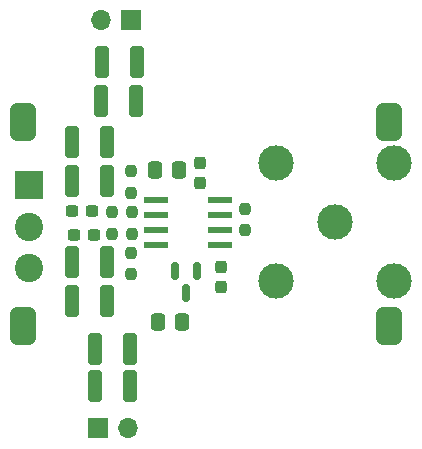
<source format=gbr>
%TF.GenerationSoftware,KiCad,Pcbnew,6.0.4-6f826c9f35~116~ubuntu18.04.1*%
%TF.CreationDate,2022-05-09T12:51:31-04:00*%
%TF.ProjectId,Instrumentation_ampl_with_batteries,496e7374-7275-46d6-956e-746174696f6e,rev?*%
%TF.SameCoordinates,Original*%
%TF.FileFunction,Soldermask,Top*%
%TF.FilePolarity,Negative*%
%FSLAX46Y46*%
G04 Gerber Fmt 4.6, Leading zero omitted, Abs format (unit mm)*
G04 Created by KiCad (PCBNEW 6.0.4-6f826c9f35~116~ubuntu18.04.1) date 2022-05-09 12:51:31*
%MOMM*%
%LPD*%
G01*
G04 APERTURE LIST*
G04 Aperture macros list*
%AMRoundRect*
0 Rectangle with rounded corners*
0 $1 Rounding radius*
0 $2 $3 $4 $5 $6 $7 $8 $9 X,Y pos of 4 corners*
0 Add a 4 corners polygon primitive as box body*
4,1,4,$2,$3,$4,$5,$6,$7,$8,$9,$2,$3,0*
0 Add four circle primitives for the rounded corners*
1,1,$1+$1,$2,$3*
1,1,$1+$1,$4,$5*
1,1,$1+$1,$6,$7*
1,1,$1+$1,$8,$9*
0 Add four rect primitives between the rounded corners*
20,1,$1+$1,$2,$3,$4,$5,0*
20,1,$1+$1,$4,$5,$6,$7,0*
20,1,$1+$1,$6,$7,$8,$9,0*
20,1,$1+$1,$8,$9,$2,$3,0*%
G04 Aperture macros list end*
%ADD10RoundRect,0.250000X-0.325000X-1.100000X0.325000X-1.100000X0.325000X1.100000X-0.325000X1.100000X0*%
%ADD11R,2.400000X2.400000*%
%ADD12C,2.400000*%
%ADD13R,1.700000X1.700000*%
%ADD14O,1.700000X1.700000*%
%ADD15C,3.000000*%
%ADD16RoundRect,0.237500X-0.300000X-0.237500X0.300000X-0.237500X0.300000X0.237500X-0.300000X0.237500X0*%
%ADD17RoundRect,0.250000X0.337500X0.475000X-0.337500X0.475000X-0.337500X-0.475000X0.337500X-0.475000X0*%
%ADD18RoundRect,0.237500X-0.237500X0.250000X-0.237500X-0.250000X0.237500X-0.250000X0.237500X0.250000X0*%
%ADD19RoundRect,0.237500X0.237500X-0.250000X0.237500X0.250000X-0.237500X0.250000X-0.237500X-0.250000X0*%
%ADD20RoundRect,0.237500X0.237500X-0.300000X0.237500X0.300000X-0.237500X0.300000X-0.237500X-0.300000X0*%
%ADD21RoundRect,0.150000X-0.150000X0.587500X-0.150000X-0.587500X0.150000X-0.587500X0.150000X0.587500X0*%
%ADD22RoundRect,0.237500X-0.237500X0.300000X-0.237500X-0.300000X0.237500X-0.300000X0.237500X0.300000X0*%
%ADD23R,2.000000X0.600000*%
%ADD24RoundRect,0.550000X-0.550000X-1.050000X0.550000X-1.050000X0.550000X1.050000X-0.550000X1.050000X0*%
%ADD25RoundRect,0.550000X0.550000X1.050000X-0.550000X1.050000X-0.550000X-1.050000X0.550000X-1.050000X0*%
G04 APERTURE END LIST*
D10*
%TO.C,C14*%
X73152000Y-124714000D03*
X76102000Y-124714000D03*
%TD*%
%TO.C,C13*%
X73709000Y-97282000D03*
X76659000Y-97282000D03*
%TD*%
%TO.C,C12*%
X71169000Y-114173000D03*
X74119000Y-114173000D03*
%TD*%
%TO.C,C11*%
X71169000Y-117475000D03*
X74119000Y-117475000D03*
%TD*%
%TO.C,C10*%
X73152000Y-121539000D03*
X76102000Y-121539000D03*
%TD*%
%TO.C,C9*%
X76610000Y-100584000D03*
X73660000Y-100584000D03*
%TD*%
%TO.C,C3*%
X71169000Y-107315000D03*
X74119000Y-107315000D03*
%TD*%
%TO.C,C2*%
X71169000Y-104013000D03*
X74119000Y-104013000D03*
%TD*%
D11*
%TO.C,J3*%
X67564000Y-107696000D03*
D12*
X67564000Y-111196000D03*
X67564000Y-114696000D03*
%TD*%
D13*
%TO.C,J1*%
X76200000Y-93726000D03*
D14*
X73660000Y-93726000D03*
%TD*%
D15*
%TO.C,J4*%
X93472000Y-110820000D03*
X98472000Y-115820000D03*
X98472000Y-105820000D03*
X88472000Y-115820000D03*
X88472000Y-105820000D03*
%TD*%
D16*
%TO.C,C4*%
X71323500Y-111887000D03*
X73048500Y-111887000D03*
%TD*%
D17*
%TO.C,C8*%
X80285500Y-106426000D03*
X78210500Y-106426000D03*
%TD*%
D16*
%TO.C,C1*%
X71170000Y-109855000D03*
X72895000Y-109855000D03*
%TD*%
D18*
%TO.C,R5*%
X85852000Y-109681000D03*
X85852000Y-111506000D03*
%TD*%
D19*
%TO.C,R1*%
X74572500Y-111783500D03*
X74572500Y-109958500D03*
%TD*%
D20*
%TO.C,C6*%
X82042000Y-107542500D03*
X82042000Y-105817500D03*
%TD*%
D21*
%TO.C,D1*%
X81788000Y-114935000D03*
X79888000Y-114935000D03*
X80838000Y-116810000D03*
%TD*%
D13*
%TO.C,J2*%
X73401000Y-128270000D03*
D14*
X75941000Y-128270000D03*
%TD*%
D19*
%TO.C,R4*%
X76234500Y-111807000D03*
X76234500Y-109982000D03*
%TD*%
D22*
%TO.C,C5*%
X83820000Y-114580500D03*
X83820000Y-116305500D03*
%TD*%
D18*
%TO.C,R3*%
X76200000Y-113411000D03*
X76200000Y-115236000D03*
%TD*%
D17*
%TO.C,C7*%
X80539500Y-119253000D03*
X78464500Y-119253000D03*
%TD*%
D23*
%TO.C,U1*%
X78301000Y-108966000D03*
X78301000Y-110236000D03*
X78301000Y-111506000D03*
X78301000Y-112776000D03*
X83751000Y-112776000D03*
X83751000Y-111506000D03*
X83751000Y-110236000D03*
X83751000Y-108966000D03*
%TD*%
D18*
%TO.C,R2*%
X76200000Y-106506000D03*
X76200000Y-108331000D03*
%TD*%
D24*
%TO.C,BT1*%
X67044000Y-102362000D03*
X98044000Y-102362000D03*
%TD*%
D25*
%TO.C,BT2*%
X67044000Y-119634000D03*
X98044000Y-119634000D03*
%TD*%
M02*

</source>
